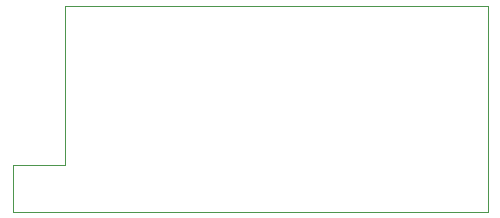
<source format=gbr>
%TF.GenerationSoftware,KiCad,Pcbnew,(5.1.9)-1*%
%TF.CreationDate,2022-06-19T12:13:52+03:00*%
%TF.ProjectId,jantteri-lora,6a616e74-7465-4726-992d-6c6f72612e6b,rev?*%
%TF.SameCoordinates,Original*%
%TF.FileFunction,Profile,NP*%
%FSLAX46Y46*%
G04 Gerber Fmt 4.6, Leading zero omitted, Abs format (unit mm)*
G04 Created by KiCad (PCBNEW (5.1.9)-1) date 2022-06-19 12:13:52*
%MOMM*%
%LPD*%
G01*
G04 APERTURE LIST*
%TA.AperFunction,Profile*%
%ADD10C,0.100000*%
%TD*%
G04 APERTURE END LIST*
D10*
X55880000Y-53594000D02*
X55880000Y-57556400D01*
X60299600Y-40081200D02*
X96113600Y-40081200D01*
X60299600Y-53594000D02*
X60299600Y-40081200D01*
X55880000Y-53594000D02*
X60299600Y-53594000D01*
X96113600Y-40081200D02*
X96113600Y-57556400D01*
X96113600Y-57556400D02*
X55880000Y-57556400D01*
M02*

</source>
